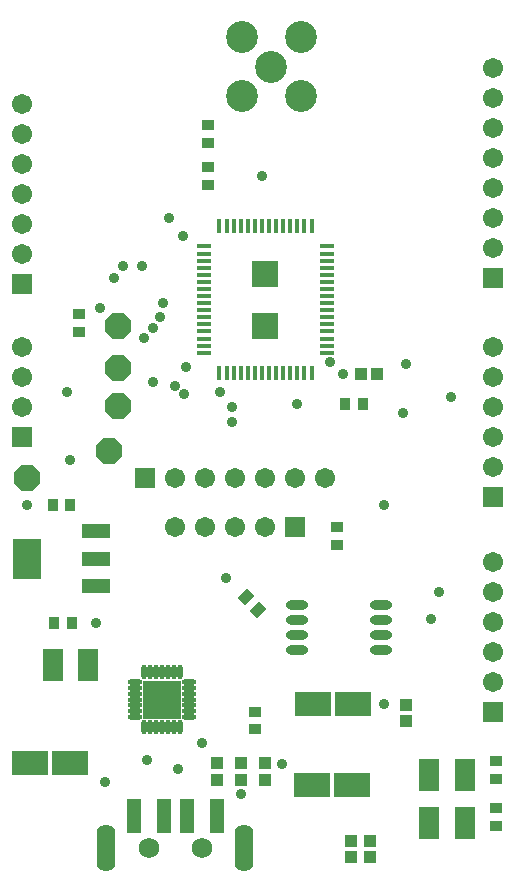
<source format=gts>
G04*
G04 #@! TF.GenerationSoftware,Altium Limited,Altium Designer,18.0.9 (584)*
G04*
G04 Layer_Color=8388736*
%FSLAX25Y25*%
%MOIN*%
G70*
G01*
G75*
%ADD33O,0.01784X0.04934*%
%ADD34O,0.04934X0.01784*%
%ADD35R,0.13123X0.13123*%
%ADD36P,0.09375X8X22.5*%
%ADD37R,0.09265X0.04737*%
%ADD38R,0.09265X0.13595*%
%ADD39R,0.04343X0.03556*%
%ADD40R,0.01575X0.04724*%
%ADD41R,0.04724X0.01575*%
%ADD42R,0.08661X0.08661*%
%ADD43R,0.03556X0.04343*%
%ADD44O,0.07493X0.03162*%
G04:AMPARAMS|DCode=45|XSize=43.43mil|YSize=35.56mil|CornerRadius=0mil|HoleSize=0mil|Usage=FLASHONLY|Rotation=45.000|XOffset=0mil|YOffset=0mil|HoleType=Round|Shape=Rectangle|*
%AMROTATEDRECTD45*
4,1,4,-0.00278,-0.02793,-0.02793,-0.00278,0.00278,0.02793,0.02793,0.00278,-0.00278,-0.02793,0.0*
%
%ADD45ROTATEDRECTD45*%

%ADD46R,0.04343X0.03950*%
%ADD47R,0.03950X0.04343*%
%ADD48R,0.06706X0.11036*%
%ADD49R,0.12020X0.07887*%
%ADD50R,0.04737X0.11430*%
%ADD51C,0.10642*%
%ADD52C,0.06706*%
%ADD53R,0.06706X0.06706*%
%ADD54C,0.06800*%
%ADD55O,0.06312X0.15761*%
%ADD56R,0.06706X0.06706*%
%ADD57C,0.03556*%
D33*
X151094Y157445D02*
D03*
X153063D02*
D03*
X155032D02*
D03*
X157000D02*
D03*
X158968D02*
D03*
X160937D02*
D03*
X162906D02*
D03*
Y175555D02*
D03*
X160937D02*
D03*
X158968D02*
D03*
X157000D02*
D03*
X155032D02*
D03*
X153063D02*
D03*
X151094D02*
D03*
D34*
X166055Y160594D02*
D03*
Y162563D02*
D03*
Y164532D02*
D03*
Y166500D02*
D03*
Y168468D02*
D03*
Y170437D02*
D03*
Y172406D02*
D03*
X147945D02*
D03*
Y170437D02*
D03*
Y168468D02*
D03*
Y166500D02*
D03*
Y164532D02*
D03*
Y162563D02*
D03*
Y160594D02*
D03*
D35*
X157000Y166500D02*
D03*
D36*
X112000Y240500D02*
D03*
X142500Y291000D02*
D03*
Y277000D02*
D03*
Y264500D02*
D03*
X139500Y249500D02*
D03*
D37*
X135016Y204445D02*
D03*
Y213500D02*
D03*
Y222555D02*
D03*
D38*
X111984Y213500D02*
D03*
D39*
X172500Y357906D02*
D03*
Y352000D02*
D03*
X172500Y343953D02*
D03*
Y338047D02*
D03*
X129500Y289047D02*
D03*
Y294953D02*
D03*
X215500Y218000D02*
D03*
Y223905D02*
D03*
X268500Y140047D02*
D03*
Y145953D02*
D03*
X268500Y124500D02*
D03*
Y130405D02*
D03*
X188000Y156547D02*
D03*
Y162453D02*
D03*
D40*
X206854Y324248D02*
D03*
X176146D02*
D03*
X206854Y275429D02*
D03*
X176146D02*
D03*
X195043Y324248D02*
D03*
X180870D02*
D03*
X183232D02*
D03*
X185594D02*
D03*
X187957D02*
D03*
X190319D02*
D03*
X192681D02*
D03*
X197406D02*
D03*
X199768D02*
D03*
X202130D02*
D03*
X204492D02*
D03*
X178508D02*
D03*
X204492Y275429D02*
D03*
X178508D02*
D03*
X180870D02*
D03*
X183232D02*
D03*
X185594D02*
D03*
X190319D02*
D03*
X192681D02*
D03*
X195043D02*
D03*
X197406D02*
D03*
X199768D02*
D03*
X202130D02*
D03*
X187957D02*
D03*
D41*
X171028Y282122D02*
D03*
Y284484D02*
D03*
Y317555D02*
D03*
Y315193D02*
D03*
X211972Y317555D02*
D03*
Y315193D02*
D03*
Y282122D02*
D03*
Y284484D02*
D03*
Y296295D02*
D03*
X211972Y310469D02*
D03*
Y308106D02*
D03*
X211972Y305744D02*
D03*
X211972Y303382D02*
D03*
X211972Y301020D02*
D03*
Y298657D02*
D03*
Y293933D02*
D03*
Y291571D02*
D03*
Y289209D02*
D03*
Y286846D02*
D03*
Y312831D02*
D03*
X171028Y286846D02*
D03*
Y312831D02*
D03*
Y310469D02*
D03*
Y308106D02*
D03*
Y305744D02*
D03*
Y301020D02*
D03*
Y298657D02*
D03*
X171028Y296295D02*
D03*
X171028Y293933D02*
D03*
X171028Y291571D02*
D03*
Y289209D02*
D03*
X171028Y303382D02*
D03*
D42*
X191500Y291177D02*
D03*
Y308500D02*
D03*
D43*
X218047Y265000D02*
D03*
X223953D02*
D03*
X120595Y231500D02*
D03*
X126500D02*
D03*
X121047Y192000D02*
D03*
X126953D02*
D03*
D44*
X229976Y183000D02*
D03*
Y188000D02*
D03*
Y193000D02*
D03*
Y198000D02*
D03*
X202024Y183000D02*
D03*
Y188000D02*
D03*
Y193000D02*
D03*
Y198000D02*
D03*
D45*
X184912Y200588D02*
D03*
X189088Y196412D02*
D03*
D46*
X226500Y113988D02*
D03*
Y119500D02*
D03*
X220000Y114000D02*
D03*
Y119512D02*
D03*
X238500Y159244D02*
D03*
Y164756D02*
D03*
X183500Y139744D02*
D03*
Y145256D02*
D03*
X175500Y139744D02*
D03*
Y145256D02*
D03*
X191500Y139744D02*
D03*
Y145256D02*
D03*
D47*
X228756Y275000D02*
D03*
X223244D02*
D03*
D48*
X246094Y125500D02*
D03*
X257906D02*
D03*
X246094Y141500D02*
D03*
X257906D02*
D03*
X132405Y178000D02*
D03*
X120595D02*
D03*
D49*
X220693Y165000D02*
D03*
X207307D02*
D03*
X220500Y138000D02*
D03*
X207114D02*
D03*
X126500Y145500D02*
D03*
X113114D02*
D03*
D50*
X147689Y127630D02*
D03*
X157531D02*
D03*
X165405D02*
D03*
X175248D02*
D03*
D51*
X183658Y387343D02*
D03*
X203343D02*
D03*
Y367657D02*
D03*
X183658D02*
D03*
X193500Y377500D02*
D03*
D52*
X161500Y224000D02*
D03*
X171500D02*
D03*
X181500D02*
D03*
X191500D02*
D03*
X211500Y240500D02*
D03*
X201500D02*
D03*
X191500D02*
D03*
X181500D02*
D03*
X161500D02*
D03*
X171500D02*
D03*
X110500Y365000D02*
D03*
Y355000D02*
D03*
Y345000D02*
D03*
Y335000D02*
D03*
Y315000D02*
D03*
Y325000D02*
D03*
X267500Y172500D02*
D03*
Y182500D02*
D03*
Y192500D02*
D03*
Y202500D02*
D03*
Y212500D02*
D03*
Y317000D02*
D03*
Y327000D02*
D03*
Y337000D02*
D03*
Y347000D02*
D03*
Y357000D02*
D03*
Y367000D02*
D03*
Y377000D02*
D03*
Y244000D02*
D03*
Y254000D02*
D03*
Y264000D02*
D03*
Y274000D02*
D03*
Y284000D02*
D03*
X110500D02*
D03*
Y274000D02*
D03*
Y264000D02*
D03*
D53*
X201500Y224000D02*
D03*
X151500Y240500D02*
D03*
D54*
X170327Y117000D02*
D03*
X152610D02*
D03*
D55*
X184500D02*
D03*
X138437D02*
D03*
D56*
X110500Y305000D02*
D03*
X267500Y162500D02*
D03*
Y307000D02*
D03*
Y234000D02*
D03*
X110500Y254000D02*
D03*
D57*
X183500Y135000D02*
D03*
X197000Y145000D02*
D03*
X176500Y269000D02*
D03*
X213000Y279000D02*
D03*
X190500Y341000D02*
D03*
X112000Y231500D02*
D03*
X231000Y165000D02*
D03*
X135000Y192000D02*
D03*
X180500Y259000D02*
D03*
X253500Y267500D02*
D03*
X237500Y262000D02*
D03*
X191500Y308500D02*
D03*
Y291177D02*
D03*
X157000Y166500D02*
D03*
X231000Y231500D02*
D03*
X125500Y269000D02*
D03*
X136500Y297000D02*
D03*
X157500Y298657D02*
D03*
X141000Y307000D02*
D03*
X164000Y321000D02*
D03*
X165000Y277500D02*
D03*
X154000Y290500D02*
D03*
Y272500D02*
D03*
X180500Y264000D02*
D03*
X151000Y287000D02*
D03*
X164500Y268500D02*
D03*
X156500Y294000D02*
D03*
X161500Y271000D02*
D03*
X170500Y152000D02*
D03*
X152000Y146500D02*
D03*
X138000Y139000D02*
D03*
X162500Y143500D02*
D03*
X159500Y327000D02*
D03*
X144000Y311000D02*
D03*
X150500D02*
D03*
X246744Y193244D02*
D03*
X249500Y202500D02*
D03*
X178500Y207000D02*
D03*
X202000Y265000D02*
D03*
X217500Y275000D02*
D03*
X238500Y278500D02*
D03*
X126500Y246500D02*
D03*
M02*

</source>
